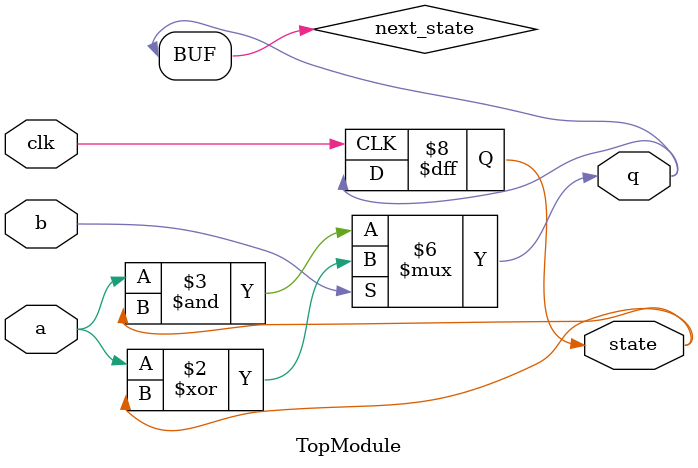
<source format=sv>
module TopModule (
    input logic clk,
    input logic a,
    input logic b,
    output logic q,
    output logic state
);

    logic next_state;

    // Combinational Logic
    always @(*) begin
        if (b) begin
            next_state = a ^ state; // XOR operation when b is high
        end else begin
            next_state = a & state; // AND operation when b is low
        end
    end

    // Sequential Logic
    always_ff @(posedge clk) begin
        state <= next_state;
    end

    // Output assignment
    assign q = next_state;

endmodule
</source>
